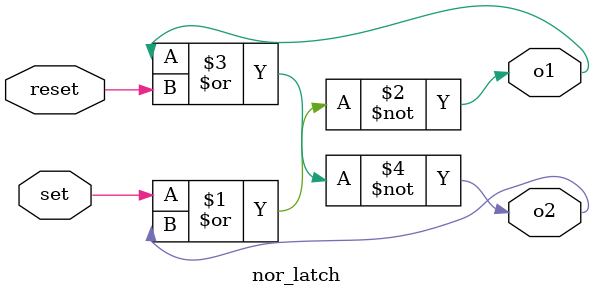
<source format=v>
module nor_latch(o1, o2, set, reset);
  input set, reset;
  output o1, o2;

  nor n1(o1, set, o2);
  nor n2(o2, o1, reset);
endmodule


</source>
